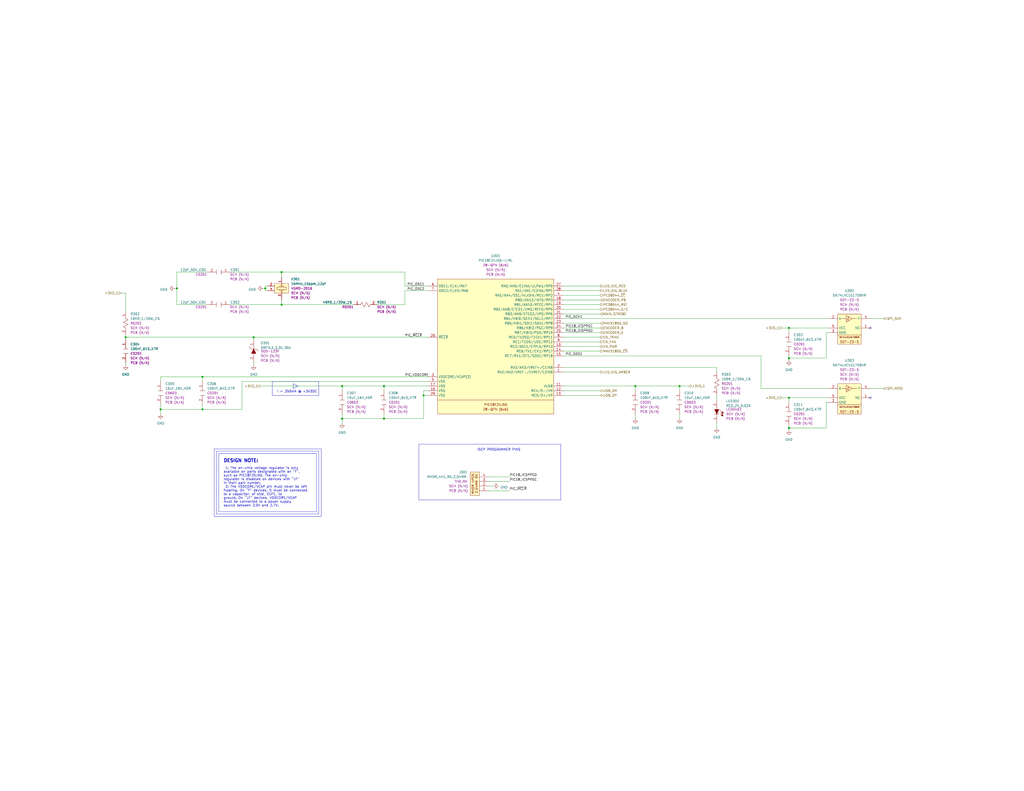
<source format=kicad_sch>
(kicad_sch (version 20230121) (generator eeschema)
  (paper "C")
  (title_block (title "Hot Plate") (date "09/15/2023") (rev "v1.0") (company "Mend0z0") (comment 1 "v1") (comment 2 "RELEASED") (comment 3 "Siavash Taher Parvar") (comment 8 "N/A"))
  (lib_symbols
    (symbol "_SCHLIB_HotPlate:CAP_CER_100nF_6V3_X7R_C0201"
      (property "Reference" "C" (at 2.54 5.08 0))
      (property "Value" "100nF_6V3_X7R" (at 2.54 7.62 0))
      (property "SCH CHECK" "SCH (N/A)" (at 2.54 33.02 0))
      (property "Package" "C0201" (at 2.54 35.56 0))
      (property "PCB CHECk" "PCB (N/A)" (at 2.54 30.48 0))
      (symbol "CAP_CER_100nF_6V3_X7R_C0201_0_0"
        (polyline (pts (xy 5.08 1.27) (xy 5.08 -1.27)))
        (polyline (pts (xy 7.62 1.27) (xy 7.62 -1.27)))
      )
      (symbol "CAP_CER_100nF_6V3_X7R_C0201_1_1"
        (pin passive line (at 0 0 0) (length 5.08) (name "") (number "1"))
        (pin passive line (at 12.7 0 180) (length 5.08) (name "") (number "2"))
      )
    )
    (symbol "_SCHLIB_HotPlate:CAP_CER_10uF_16V_X5R_C0603"
      (property "Reference" "C" (at 2.54 3.81 0))
      (property "Value" "10uF_16V_X5R" (at 2.54 6.35 0))
      (property "SCH CHECK" "SCH (N/A)" (at 2.54 31.75 0))
      (property "Package" "C0603" (at 2.54 34.29 0))
      (property "PCB CHECk" "PCB (N/A)" (at 2.54 29.21 0))
      (symbol "CAP_CER_10uF_16V_X5R_C0603_0_0"
        (polyline (pts (xy 5.08 1.27) (xy 5.08 -1.27)))
        (polyline (pts (xy 7.62 1.27) (xy 7.62 -1.27)))
      )
      (symbol "CAP_CER_10uF_16V_X5R_C0603_1_1"
        (pin passive line (at 0 0 0) (length 5.08) (name "") (number "1"))
        (pin passive line (at 12.7 0 180) (length 5.08) (name "") (number "2"))
      )
    )
    (symbol "_SCHLIB_HotPlate:CAP_CER_12pF_50V_C0G_C0201"
      (property "Reference" "C" (at 3.81 5.08 0))
      (property "Value" "12pF_50V_C0G" (at 3.81 7.62 0))
      (property "SCH CHECK" "SCH (N/A)" (at 3.81 33.02 0))
      (property "Package" "C0201" (at 3.81 35.56 0))
      (property "PCB CHECk" "PCB (N/A)" (at 3.81 30.48 0))
      (symbol "CAP_CER_12pF_50V_C0G_C0201_0_0"
        (polyline (pts (xy 5.08 1.27) (xy 5.08 -1.27)))
        (polyline (pts (xy 7.62 1.27) (xy 7.62 -1.27)))
      )
      (symbol "CAP_CER_12pF_50V_C0G_C0201_1_1"
        (pin passive line (at 0 0 0) (length 5.08) (name "") (number "1"))
        (pin passive line (at 12.7 0 180) (length 5.08) (name "") (number "2"))
      )
    )
    (symbol "_SCHLIB_HotPlate:CONN_MHDR_4POS_RA_2.54MM"
      (property "Reference" "J" (at 2.54 2.54 0))
      (property "Value" "MHDR_4X1_RA_2.54MM" (at 2.54 5.08 0))
      (property "SCH CHECK" "SCH (N/A)" (at 2.54 30.48 0))
      (property "Package" "THD_RA" (at 2.54 33.02 0))
      (property "PCB CHECk" "PCB (N/A)" (at 2.54 27.94 0))
      (symbol "CONN_MHDR_4POS_RA_2.54MM_0_1"
        (rectangle (start 0 0) (end 5.08 -12.7) (fill (type background)))
        (text "MHDR 4POS\n2.54MM RA" (at 2.54 -6.35 900) (effects (font (size 1.27 1.27))))
      )
      (symbol "CONN_MHDR_4POS_RA_2.54MM_1_1"
        (pin passive line (at -5.08 -2.54 0) (length 5.08) (name "") (number "1"))
        (pin passive line (at -5.08 -5.08 0) (length 5.08) (name "") (number "2"))
        (pin passive line (at -5.08 -7.62 0) (length 5.08) (name "") (number "3"))
        (pin passive line (at -5.08 -10.16 0) (length 5.08) (name "") (number "4"))
      )
    )
    (symbol "_SCHLIB_HotPlate:DIODE_LED_RED_2V_0.02A_632nm_LED0402"
      (property "Reference" "LED" (at 2.54 6.35 0))
      (property "Value" "RED_2V_0.02A" (at 2.54 8.89 0))
      (property "SCH CHECK" "SCH (N/A)" (at 2.54 34.29 0))
      (property "Package" "LED0402" (at 2.54 36.83 0))
      (property "PCB CHECk" "PCB (N/A)" (at 2.54 31.75 0))
      (symbol "DIODE_LED_RED_2V_0.02A_632nm_LED0402_0_1"
        (polyline (pts (xy 5.588 1.905) (xy 6.604 2.794)))
        (polyline (pts (xy 7.239 1.905) (xy 8.001 2.667)))
        (polyline (pts (xy 7.62 -1.27) (xy 7.62 1.27)))
        (polyline (pts (xy 5.08 1.27) (xy 5.08 -1.27) (xy 7.62 0) (xy 5.08 1.27)) (fill (type outline)))
        (polyline (pts (xy 6.223 3.302) (xy 7.112 2.413) (xy 7.366 3.556) (xy 6.223 3.302)) (fill (type outline)))
        (polyline (pts (xy 7.62 3.175) (xy 8.509 2.286) (xy 8.763 3.429) (xy 7.62 3.175)) (fill (type outline)))
      )
      (symbol "DIODE_LED_RED_2V_0.02A_632nm_LED0402_1_1"
        (pin passive line (at 12.7 0 180) (length 5.08) (name "") (number "1"))
        (pin passive line (at 0 0 0) (length 5.08) (name "") (number "2"))
      )
    )
    (symbol "_SCHLIB_HotPlate:DIODE_TVS_SMF3.3_3.3V_3.4V_30A(10/1000us)_SOD_123F"
      (property "Reference" "D" (at 2.54 5.08 0))
      (property "Value" "SMF3.3_3.3V_30A" (at 2.54 7.62 0))
      (property "SCH CHECK" "SCH (N/A)" (at 2.54 33.02 0))
      (property "Package" "SOD-123F" (at 2.54 35.56 0))
      (property "PCB CHECk" "PCB (N/A)" (at 2.54 30.48 0))
      (symbol "DIODE_TVS_SMF3.3_3.3V_3.4V_30A(10/1000us)_SOD_123F_0_1"
        (polyline (pts (xy 5.08 1.27) (xy 5.08 -1.27) (xy 7.62 0) (xy 5.08 1.27)) (fill (type outline)))
        (polyline (pts (xy 8.89 2.54) (xy 7.62 1.27) (xy 7.62 -1.27) (xy 6.35 -2.54)))
      )
      (symbol "DIODE_TVS_SMF3.3_3.3V_3.4V_30A(10/1000us)_SOD_123F_1_1"
        (pin passive line (at 12.7 0 180) (length 5.08) (name "") (number "1"))
        (pin passive line (at 0 0 0) (length 5.08) (name "") (number "2"))
      )
    )
    (symbol "_SCHLIB_HotPlate:IC_BUFFER_SN74LVC1G17DBVR_NON-INV_5.5V_32mA_SOT-23-5"
      (property "Reference" "U" (at 2.54 3.81 0))
      (property "Value" "SN74LVC1G17DBVR" (at 2.54 6.35 0))
      (property "SCH CHECK" "SCH (N/A)" (at 2.54 31.75 0))
      (property "PCB CHECk" "PCB (N/A)" (at 2.54 29.21 0))
      (property "Package" "SOT-23-5" (at 2.54 34.29 0))
      (symbol "IC_BUFFER_SN74LVC1G17DBVR_NON-INV_5.5V_32mA_SOT-23-5_0_0"
        (text "SN74LVC1G17DBVR" (at 6.35 -12.7 0) (effects (font (size 0.762 0.762))))
        (text "SOT-23-5" (at 6.35 -15.24 0) (effects (font (size 1.27 1.27))))
      )
      (symbol "IC_BUFFER_SN74LVC1G17DBVR_NON-INV_5.5V_32mA_SOT-23-5_0_1"
        (polyline (pts (xy 0 -11.43) (xy 12.7 -11.43)))
        (polyline (pts (xy 4.572 -2.54) (xy 2.032 -2.54)))
        (polyline (pts (xy 7.874 -2.54) (xy 10.414 -2.54)))
        (polyline (pts (xy 5.334 -3.302) (xy 5.842 -3.302) (xy 5.842 -2.032)))
        (polyline (pts (xy 4.572 -0.762) (xy 4.572 -4.572) (xy 7.874 -2.54) (xy 4.572 -0.762)))
        (polyline (pts (xy 6.35 -2.032) (xy 5.334 -2.032) (xy 5.334 -3.302) (xy 4.826 -3.302)))
        (rectangle (start 0 0) (end 12.7 -16.51) (fill (type background)))
      )
      (symbol "IC_BUFFER_SN74LVC1G17DBVR_NON-INV_5.5V_32mA_SOT-23-5_1_1"
        (pin passive line (at 17.78 -7.62 180) (length 5.08) (name "NC") (number "1"))
        (pin passive line (at -5.08 -2.54 0) (length 5.08) (name "A") (number "2"))
        (pin passive line (at -5.08 -10.16 0) (length 5.08) (name "GND") (number "3"))
        (pin passive line (at 17.78 -2.54 180) (length 5.08) (name "Y") (number "4"))
        (pin passive line (at -5.08 -7.62 0) (length 5.08) (name "VCC") (number "5"))
      )
    )
    (symbol "_SCHLIB_HotPlate:IC_MCU_PIC18F24J50-I/ML_8-bit_48MHz_3.6V_28-QFN (6x6)"
      (property "Reference" "U" (at 2.54 3.81 0))
      (property "Value" "PIC18F24J50-I/ML" (at 2.54 6.35 0))
      (property "SCH CHECK" "SCH (N/A)" (at 2.54 31.75 0))
      (property "Package" "28-QFN (6x6)" (at 2.54 34.29 0))
      (property "PCB CHECk" "PCB (N/A)" (at 2.54 29.21 0))
      (symbol "IC_MCU_PIC18F24J50-I/ML_8-bit_48MHz_3.6V_28-QFN (6x6)_0_0"
        (text "28-QFN (6x6)" (at 31.75 -71.12 0) (effects (font (size 1.27 1.27))))
        (text "PIC18F2XJ50" (at 31.75 -68.58 0) (effects (font (size 1.27 1.27))))
      )
      (symbol "IC_MCU_PIC18F24J50-I/ML_8-bit_48MHz_3.6V_28-QFN (6x6)_0_1"
        (polyline (pts (xy 0 -66.04) (xy 63.5 -66.04)))
        (rectangle (start 0 0) (end 63.5 -73.66) (fill (type background)))
      )
      (symbol "IC_MCU_PIC18F24J50-I/ML_8-bit_48MHz_3.6V_28-QFN (6x6)_1_1"
        (pin passive line (at 68.58 -50.8 180) (length 5.08) (name "RA2/AN2/VREF-/CVREF/C2INB") (number "1"))
        (pin passive line (at 68.58 -36.83 180) (length 5.08) (name "RC2/AN11/CTPLS/RP13") (number "10"))
        (pin passive line (at 68.58 -58.42 180) (length 5.08) (name "VUSB") (number "11"))
        (pin passive line (at 68.58 -60.96 180) (length 5.08) (name "RC4/D-/VM") (number "12"))
        (pin passive line (at 68.58 -63.5 180) (length 5.08) (name "RC5/D+/VP") (number "13"))
        (pin passive line (at 68.58 -39.37 180) (length 5.08) (name "RC6/TX1/CK1/RP17") (number "14"))
        (pin passive line (at 68.58 -41.91 180) (length 5.08) (name "RC7/RX1/DT1/SDO1/RP18") (number "15"))
        (pin passive line (at -5.08 -60.96 0) (length 5.08) (name "VSS") (number "16"))
        (pin passive line (at -5.08 -58.42 0) (length 5.08) (name "VDD") (number "17"))
        (pin passive line (at 68.58 -11.43 180) (length 5.08) (name "RB0/AN12/INT0/RP3") (number "18"))
        (pin passive line (at 68.58 -13.97 180) (length 5.08) (name "RB1/AN10/RTCC/RP4") (number "19"))
        (pin passive line (at 68.58 -48.26 180) (length 5.08) (name "RA3/AN3/VREF+/C1INB") (number "2"))
        (pin passive line (at 68.58 -16.51 180) (length 5.08) (name "RB2/AN8/CTED1/VMO/REFO/RP5") (number "20"))
        (pin passive line (at 68.58 -19.05 180) (length 5.08) (name "RB3/AN9/CTED2/VPO/RP6") (number "21"))
        (pin passive line (at 68.58 -21.59 180) (length 5.08) (name "RB4/KBI0/SCK1/SCL1/RP7") (number "22"))
        (pin passive line (at 68.58 -24.13 180) (length 5.08) (name "RB5/KBI1/SDI1/SDA1/RP8") (number "23"))
        (pin passive line (at 68.58 -26.67 180) (length 5.08) (name "RB6/KBI2/PGC/RP9") (number "24"))
        (pin passive line (at 68.58 -29.21 180) (length 5.08) (name "RB7/KBI3/PGD/RP10") (number "25"))
        (pin passive line (at -5.08 -31.75 0) (length 5.08) (name "~{MCLR}") (number "26"))
        (pin passive line (at 68.58 -3.81 180) (length 5.08) (name "RA0/AN0/C1INA/ULPWU/RP0") (number "27"))
        (pin passive line (at 68.58 -6.35 180) (length 5.08) (name "RA1/AN1/C2INA/RP1") (number "28"))
        (pin passive line (at -5.08 -63.5 0) (length 5.08) (name "VSS") (number "29"))
        (pin passive line (at -5.08 -53.34 0) (length 5.08) (name "VDDCORE/VCAP(2)") (number "3"))
        (pin passive line (at 68.58 -8.89 180) (length 5.08) (name "RA5/AN4/SS1/HLVDIN/RCV/RP2") (number "4"))
        (pin passive line (at -5.08 -55.88 0) (length 5.08) (name "VSS") (number "5"))
        (pin passive line (at -5.08 -3.81 0) (length 5.08) (name "OSC1/CLKI/RA7") (number "6"))
        (pin passive line (at -5.08 -6.35 0) (length 5.08) (name "OSC2/CLKO/RA6") (number "7"))
        (pin passive line (at 68.58 -31.75 180) (length 5.08) (name "RC0/T1OSO/T1CKI/RP11") (number "8"))
        (pin passive line (at 68.58 -34.29 180) (length 5.08) (name "RC1/T1OSI/UOE/RP12") (number "9"))
      )
    )
    (symbol "_SCHLIB_HotPlate:RES_100R_1/20W_1%_R0201"
      (property "Reference" "R" (at 2.54 3.81 0))
      (property "Value" "100R_1/20W_1%" (at 2.54 6.35 0))
      (property "SCH CHECK" "SCH (N/A)" (at 2.54 31.75 0))
      (property "Package" "R0201" (at 2.54 34.29 0))
      (property "PCB CHECk" "PCB (N/A)" (at 2.54 29.21 0))
      (symbol "RES_100R_1/20W_1%_R0201_0_0"
        (polyline (pts (xy 3.81 0) (xy 4.445 1.27) (xy 5.715 -1.27) (xy 6.985 1.27) (xy 8.255 -1.27) (xy 8.89 0)))
      )
      (symbol "RES_100R_1/20W_1%_R0201_1_1"
        (pin passive line (at 0 0 0) (length 3.81) (name "") (number "1"))
        (pin passive line (at 12.7 0 180) (length 3.81) (name "") (number "2"))
      )
    )
    (symbol "_SCHLIB_HotPlate:RES_10KR_1/20W_1%_R0201"
      (property "Reference" "R" (at 2.54 5.08 0))
      (property "Value" "10KR_1/20W_1%" (at 2.54 7.62 0))
      (property "SCH CHECK" "SCH (N/A)" (at 2.54 33.02 0))
      (property "Package" "R0201" (at 2.54 35.56 0))
      (property "PCB CHECk" "PCB (N/A)" (at 2.54 30.48 0))
      (symbol "RES_10KR_1/20W_1%_R0201_0_0"
        (polyline (pts (xy 3.81 0) (xy 4.445 1.27) (xy 5.715 -1.27) (xy 6.985 1.27) (xy 8.255 -1.27) (xy 8.89 0)))
      )
      (symbol "RES_10KR_1/20W_1%_R0201_1_1"
        (pin passive line (at 0 0 0) (length 3.81) (name "") (number "1"))
        (pin passive line (at 12.7 0 180) (length 3.81) (name "") (number "2"))
      )
    )
    (symbol "_SCHLIB_HotPlate:RES_49R9_1/20W_1%_R0201"
      (property "Reference" "R" (at 2.54 3.81 0))
      (property "Value" "49R9_1/20W_1%" (at 2.54 6.35 0))
      (property "SCH CHECK" "SCH (N/A)" (at 2.54 31.75 0))
      (property "Package" "R0201" (at 2.54 34.29 0))
      (property "PCB CHECk" "PCB (N/A)" (at 2.54 29.21 0))
      (symbol "RES_49R9_1/20W_1%_R0201_0_0"
        (polyline (pts (xy 3.81 0) (xy 4.445 1.27) (xy 5.715 -1.27) (xy 6.985 1.27) (xy 8.255 -1.27) (xy 8.89 0)))
      )
      (symbol "RES_49R9_1/20W_1%_R0201_1_1"
        (pin passive line (at 0 0 0) (length 3.81) (name "") (number "1"))
        (pin passive line (at 12.7 0 180) (length 3.81) (name "") (number "2"))
      )
    )
    (symbol "_SCHLIB_HotPlate:XTAL_ECS-160-12-37B-CTN-TR_16MHz_10ppm_12pF_4SMD-2016"
      (property "Reference" "X" (at 3.81 7.62 0))
      (property "Value" "16MHz_10ppm_12pF" (at 3.81 10.16 0))
      (property "SCH CHECK" "SCH (N/A)" (at 3.81 35.56 0))
      (property "Package" "4SMD-2016" (at 3.81 38.1 0))
      (property "PCB CHECk" "PCB (N/A)" (at 3.81 33.02 0))
      (symbol "XTAL_ECS-160-12-37B-CTN-TR_16MHz_10ppm_12pF_4SMD-2016_0_1"
        (polyline (pts (xy 5.08 1.27) (xy 5.08 -1.27)))
        (polyline (pts (xy 7.62 1.27) (xy 7.62 -1.27)))
        (polyline (pts (xy 5.715 2.54) (xy 6.985 2.54) (xy 6.985 -2.54) (xy 5.715 -2.54) (xy 5.715 2.54)))
      )
      (symbol "XTAL_ECS-160-12-37B-CTN-TR_16MHz_10ppm_12pF_4SMD-2016_1_1"
        (polyline (pts (xy 3.81 3.81) (xy 3.81 -3.81) (xy 8.89 -3.81) (xy 8.89 3.81) (xy 3.81 3.81)) (fill (type background)))
        (pin passive line (at 0 0 0) (length 5.08) (name "") (number "1"))
        (pin passive line (at 5.08 -7.62 90) (length 3.81) (name "") (number "2"))
        (pin passive line (at 12.7 0 180) (length 5.08) (name "") (number "3"))
        (pin passive line (at 7.62 -7.62 90) (length 3.81) (name "") (number "4"))
      )
    )
    (symbol "power:GND" (power) (pin_names (offset 0))
      (property "Value" "GND" (at 0 -3.81 0))
      (symbol "GND_0_1"
        (polyline (pts (xy 0 0) (xy 0 -1.27) (xy 1.27 -1.27) (xy 0 -2.54) (xy -1.27 -1.27) (xy 0 -1.27)))
      )
      (symbol "GND_1_1"
        (pin power_in line (at 0 0 270) (length 0) hide (name "GND") (number "1"))
      )
    )
  )
  (junction (at 110.49 205.74))
  (junction (at 153.67 148.59))
  (junction (at 370.84 210.82))
  (junction (at 96.52 157.48))
  (junction (at 231.14 215.9))
  (junction (at 153.67 166.37))
  (junction (at 87.63 223.52))
  (junction (at 144.78 157.48))
  (junction (at 430.53 195.58))
  (junction (at 430.53 179.07))
  (junction (at 346.71 210.82))
  (junction (at 209.55 228.6))
  (junction (at 209.55 210.82))
  (junction (at 68.58 184.15))
  (junction (at 430.53 233.68))
  (junction (at 186.69 210.82))
  (junction (at 110.49 223.52))
  (junction (at 138.43 184.15))
  (junction (at 430.53 217.17))
  (junction (at 186.69 228.6))
  (no_connect (at 474.98 217.17))
  (no_connect (at 474.98 179.07))
  (wire (pts (xy 346.71 228.6) (xy 346.71 226.06)))
  (wire (pts (xy 346.71 210.82) (xy 370.84 210.82)))
  (wire (pts (xy 110.49 205.74) (xy 233.68 205.74)))
  (wire (pts (xy 482.6 212.09) (xy 474.98 212.09)))
  (wire (pts (xy 327.66 168.91) (xy 307.34 168.91)))
  (wire (pts (xy 96.52 157.48) (xy 96.52 148.59)))
  (wire (pts (xy 327.66 213.36) (xy 307.34 213.36)))
  (wire (pts (xy 209.55 226.06) (xy 209.55 228.6)))
  (wire (pts (xy 68.58 184.15) (xy 138.43 184.15)))
  (wire (pts (xy 233.68 213.36) (xy 231.14 213.36)))
  (wire (pts (xy 66.04 160.02) (xy 68.58 160.02)))
  (wire (pts (xy 391.16 231.14) (xy 391.16 233.68)))
  (polyline (pts (xy 173.99 208.28) (xy 173.99 215.9)))
  (wire (pts (xy 186.69 210.82) (xy 186.69 213.36)))
  (wire (pts (xy 110.49 205.74) (xy 110.49 208.28)))
  (wire (pts (xy 87.63 205.74) (xy 87.63 208.28)))
  (wire (pts (xy 327.66 156.21) (xy 307.34 156.21)))
  (wire (pts (xy 138.43 184.15) (xy 233.68 184.15)))
  (wire (pts (xy 68.58 182.88) (xy 68.58 184.15)))
  (wire (pts (xy 220.98 148.59) (xy 153.67 148.59)))
  (wire (pts (xy 307.34 173.99) (xy 452.12 173.99)))
  (wire (pts (xy 68.58 160.02) (xy 68.58 170.18)))
  (wire (pts (xy 482.6 173.99) (xy 474.98 173.99)))
  (wire (pts (xy 327.66 203.2) (xy 307.34 203.2)))
  (polyline (pts (xy 148.59 208.28) (xy 148.59 215.9)))
  (wire (pts (xy 209.55 228.6) (xy 231.14 228.6)))
  (wire (pts (xy 193.04 166.37) (xy 153.67 166.37)))
  (wire (pts (xy 269.24 265.43) (xy 266.7 265.43)))
  (wire (pts (xy 125.73 148.59) (xy 153.67 148.59)))
  (polyline (pts (xy 173.99 215.9) (xy 148.59 215.9)))
  (wire (pts (xy 370.84 228.6) (xy 370.84 226.06)))
  (wire (pts (xy 430.53 179.07) (xy 452.12 179.07)))
  (wire (pts (xy 132.08 223.52) (xy 110.49 223.52)))
  (polyline (pts (xy 162.56 210.82) (xy 160.02 212.09)))
  (wire (pts (xy 430.53 195.58) (xy 430.53 194.31)))
  (wire (pts (xy 113.03 166.37) (xy 96.52 166.37)))
  (wire (pts (xy 87.63 223.52) (xy 87.63 220.98)))
  (polyline (pts (xy 160.02 209.55) (xy 160.02 212.09)))
  (wire (pts (xy 142.24 210.82) (xy 186.69 210.82)))
  (wire (pts (xy 415.29 212.09) (xy 452.12 212.09)))
  (wire (pts (xy 370.84 210.82) (xy 375.92 210.82)))
  (wire (pts (xy 391.16 215.9) (xy 391.16 218.44)))
  (wire (pts (xy 430.53 233.68) (xy 430.53 234.95)))
  (wire (pts (xy 426.72 217.17) (xy 430.53 217.17)))
  (wire (pts (xy 95.25 157.48) (xy 96.52 157.48)))
  (wire (pts (xy 231.14 215.9) (xy 231.14 228.6)))
  (wire (pts (xy 346.71 210.82) (xy 346.71 213.36)))
  (wire (pts (xy 96.52 166.37) (xy 96.52 157.48)))
  (wire (pts (xy 430.53 195.58) (xy 430.53 196.85)))
  (wire (pts (xy 450.85 181.61) (xy 450.85 195.58)))
  (wire (pts (xy 138.43 185.42) (xy 138.43 184.15)))
  (wire (pts (xy 153.67 166.37) (xy 153.67 163.83)))
  (wire (pts (xy 233.68 156.21) (xy 220.98 156.21)))
  (wire (pts (xy 450.85 219.71) (xy 450.85 233.68)))
  (wire (pts (xy 307.34 200.66) (xy 391.16 200.66)))
  (wire (pts (xy 452.12 181.61) (xy 450.85 181.61)))
  (wire (pts (xy 153.67 148.59) (xy 153.67 151.13)))
  (wire (pts (xy 278.13 260.35) (xy 266.7 260.35)))
  (wire (pts (xy 144.78 156.21) (xy 144.78 157.48)))
  (polyline (pts (xy 160.02 209.55) (xy 162.56 210.82)))
  (wire (pts (xy 220.98 166.37) (xy 205.74 166.37)))
  (wire (pts (xy 415.29 194.31) (xy 415.29 212.09)))
  (wire (pts (xy 450.85 233.68) (xy 430.53 233.68)))
  (wire (pts (xy 327.66 163.83) (xy 307.34 163.83)))
  (wire (pts (xy 209.55 210.82) (xy 233.68 210.82)))
  (wire (pts (xy 430.53 179.07) (xy 430.53 181.61)))
  (wire (pts (xy 327.66 184.15) (xy 307.34 184.15)))
  (wire (pts (xy 231.14 215.9) (xy 233.68 215.9)))
  (wire (pts (xy 125.73 166.37) (xy 153.67 166.37)))
  (wire (pts (xy 144.78 157.48) (xy 144.78 158.75)))
  (wire (pts (xy 146.05 156.21) (xy 144.78 156.21)))
  (wire (pts (xy 186.69 228.6) (xy 209.55 228.6)))
  (wire (pts (xy 452.12 219.71) (xy 450.85 219.71)))
  (wire (pts (xy 391.16 200.66) (xy 391.16 203.2)))
  (wire (pts (xy 132.08 208.28) (xy 132.08 223.52)))
  (wire (pts (xy 233.68 208.28) (xy 132.08 208.28)))
  (wire (pts (xy 233.68 158.75) (xy 220.98 158.75)))
  (wire (pts (xy 278.13 267.97) (xy 266.7 267.97)))
  (wire (pts (xy 327.66 166.37) (xy 307.34 166.37)))
  (wire (pts (xy 307.34 186.69) (xy 327.66 186.69)))
  (wire (pts (xy 327.66 176.53) (xy 307.34 176.53)))
  (wire (pts (xy 87.63 223.52) (xy 110.49 223.52)))
  (wire (pts (xy 87.63 223.52) (xy 87.63 226.06)))
  (wire (pts (xy 68.58 184.15) (xy 68.58 185.42)))
  (wire (pts (xy 327.66 215.9) (xy 307.34 215.9)))
  (wire (pts (xy 186.69 228.6) (xy 186.69 231.14)))
  (wire (pts (xy 186.69 228.6) (xy 186.69 226.06)))
  (wire (pts (xy 278.13 262.89) (xy 266.7 262.89)))
  (wire (pts (xy 87.63 205.74) (xy 110.49 205.74)))
  (wire (pts (xy 138.43 199.39) (xy 138.43 198.12)))
  (wire (pts (xy 220.98 156.21) (xy 220.98 148.59)))
  (wire (pts (xy 450.85 195.58) (xy 430.53 195.58)))
  (wire (pts (xy 209.55 210.82) (xy 209.55 213.36)))
  (wire (pts (xy 430.53 217.17) (xy 430.53 219.71)))
  (wire (pts (xy 430.53 217.17) (xy 452.12 217.17)))
  (wire (pts (xy 307.34 181.61) (xy 327.66 181.61)))
  (wire (pts (xy 143.51 157.48) (xy 144.78 157.48)))
  (wire (pts (xy 426.72 179.07) (xy 430.53 179.07)))
  (polyline (pts (xy 148.59 208.28) (xy 173.99 208.28)))
  (wire (pts (xy 307.34 179.07) (xy 327.66 179.07)))
  (wire (pts (xy 327.66 189.23) (xy 307.34 189.23)))
  (wire (pts (xy 327.66 158.75) (xy 307.34 158.75)))
  (wire (pts (xy 327.66 171.45) (xy 307.34 171.45)))
  (wire (pts (xy 307.34 210.82) (xy 346.71 210.82)))
  (wire (pts (xy 231.14 213.36) (xy 231.14 215.9)))
  (wire (pts (xy 68.58 199.39) (xy 68.58 198.12)))
  (wire (pts (xy 220.98 158.75) (xy 220.98 166.37)))
  (wire (pts (xy 307.34 194.31) (xy 415.29 194.31)))
  (wire (pts (xy 430.53 233.68) (xy 430.53 232.41)))
  (wire (pts (xy 186.69 210.82) (xy 209.55 210.82)))
  (wire (pts (xy 110.49 220.98) (xy 110.49 223.52)))
  (wire (pts (xy 327.66 191.77) (xy 307.34 191.77)))
  (wire (pts (xy 96.52 148.59) (xy 113.03 148.59)))
  (wire (pts (xy 327.66 161.29) (xy 307.34 161.29)))
  (wire (pts (xy 370.84 210.82) (xy 370.84 213.36)))
  (wire (pts (xy 144.78 158.75) (xy 146.05 158.75)))
  (rectangle (start 116.84 245.11) (end 175.26 281.94))
  (rectangle (start 119.38 247.65) (end 172.72 279.4))
  (rectangle (start 228.6 242.57) (end 306.07 273.05))
  (rectangle (start 118.11 246.38) (end 173.99 280.67))
  (text "I = 250mA @ +3V3DC" (at 151.13 214.63 0) (effects (font (size 1.27 1.27)) (justify left bottom)))
  (text "DESIGN NOTE:" (at 121.92 252.73 0) (effects (font (size 1.8 1.8) bold) (justify left bottom)))
  (text " 1: The on-chip voltage regulator is only\navailable on parts designated with an “F”,\nsuch as PIC18F25J50. The on-chip\nregulator is disabled on devices with “LF”\nin their part number.\n 2: The VDDCORE/VCAP pin must never be left\nfloating. On “F” devices, it must be connected \nto a capacitor, of size, CEFC, to\nground. On “LF” devices, VDDCORE/VCAP\nmust be connected to a power supply\nsource between 2.0V and 2.7V." (at 121.92 276.86 0) (effects (font (size 1.27 1.27)) (justify left bottom)))
  (text "ISCP PROGRAMMER PINS" (at 260.35 246.38 0) (effects (font (size 1.27 1.27)) (justify left bottom)))
  (label "PIC18_ICSPPGC" (at 278.13 262.89 0))
  (label "PIC18_ICSPPGC" (at 308.61 179.07 0))
  (label "PIC_VDDCORE" (at 220.98 205.74 0))
  (label "PIC_~{MCLR}" (at 220.98 184.15 0))
  (label "PIC_OSC1" (at 222.25 156.21 0))
  (label "PIC_SCK1" (at 308.61 173.99 0))
  (label "PIC18_ICSPPGD" (at 308.61 181.61 0))
  (label "PIC_SDO1" (at 308.61 194.31 0))
  (label "PIC_~{MCLR}" (at 278.13 267.97 0))
  (label "PIC_OSC2" (at 222.25 158.75 0))
  (label "PIC18_ICSPPGD" (at 278.13 260.35 0))
  (hierarchical_label "MAX31855_~{CS}" (shape output) (at 327.66 191.77 0))
  (hierarchical_label "+3V3_1" (shape input) (at 142.24 210.82 180))
  (hierarchical_label "MAIN_STROBE" (shape input) (at 327.66 171.45 0))
  (hierarchical_label "PCD8544_D{slash}C" (shape output) (at 327.66 168.91 0))
  (hierarchical_label "+3V3_1" (shape input) (at 66.04 160.02 180))
  (hierarchical_label "LED_SIG_AMBER" (shape output) (at 327.66 203.2 0))
  (hierarchical_label "USB_DM" (shape bidirectional) (at 327.66 213.36 0))
  (hierarchical_label "MAX31855_SO" (shape input) (at 327.66 176.53 0))
  (hierarchical_label "LED_SIG_BLUE" (shape output) (at 327.66 158.75 0))
  (hierarchical_label "+3V3_1" (shape input) (at 426.72 217.17 180))
  (hierarchical_label "+3V3_1" (shape input) (at 426.72 179.07 180))
  (hierarchical_label "+3V3_1" (shape input) (at 375.92 210.82 0))
  (hierarchical_label "PCD8544_~{CE}" (shape output) (at 327.66 161.29 0))
  (hierarchical_label "USB_DP" (shape bidirectional) (at 327.66 215.9 0))
  (hierarchical_label "EN_FAN" (shape output) (at 327.66 186.69 0))
  (hierarchical_label "EN_TRIAC" (shape output) (at 327.66 184.15 0))
  (hierarchical_label "SPI_SCK" (shape output) (at 482.6 173.99 0))
  (hierarchical_label "ENCODER_A" (shape input) (at 327.66 181.61 0))
  (hierarchical_label "ENCODER_B" (shape input) (at 327.66 179.07 0))
  (hierarchical_label "SPI_MOSI" (shape output) (at 482.6 212.09 0))
  (hierarchical_label "PCD8544_RST" (shape output) (at 327.66 166.37 0))
  (hierarchical_label "EN_PWR" (shape output) (at 327.66 189.23 0))
  (hierarchical_label "LED_SIG_RED" (shape output) (at 327.66 156.21 0))
  (hierarchical_label "ENCODER_PB" (shape input) (at 327.66 163.83 0))
  (symbol (lib_id "power:GND") (at 87.63 226.06 0) (unit 1)
    (property "Reference" "#PWR0306" (effects hide))
    (property "Value" "GND" (at 87.63 231.14 0))
  )
  (symbol (lib_id "power:GND") (at 430.53 196.85 0) (unit 1)
    (property "Reference" "#PWR0303" (effects hide))
    (property "Value" "GND" (at 430.53 201.93 0))
  )
  (symbol (lib_id "power:GND") (at 186.69 231.14 0) (unit 1)
    (property "Reference" "#PWR0309" (effects hide))
    (property "Value" "GND" (at 186.69 236.22 0))
  )
  (symbol (lib_id "_SCHLIB_HotPlate:CAP_CER_12pF_50V_C0G_C0201") (at 125.73 166.37 180) (unit 1)
    (property "Reference" "C302" (at 128.27 165.1 0))
    (property "Value" "12pF_50V_C0G" (at 105.41 165.1 0))
    (property "Footprint" "Capacitor_SMD:C_0201_0603Metric" (effects hide))
    (property "Datasheet" "https://www.yageo.com/upload/media/product/productsearch/datasheet/mlcc/UPY-GP_NP0_16V-to-50V_18.pdf" (effects hide))
    (property "Description" "12 pF ±5% 50V Ceramic Capacitor C0G, NP0 0201 (0603 Metric)" (effects hide))
    (property "Link" "https://www.digikey.ca/en/products/detail/yageo/CC0201JRNPO9BN120/5194994" (effects hide))
    (property "SCH CHECK" "SCH (N/A)" (at 135.89 167.64 0) (effects (justify left)))
    (property "Package" "C0201" (at 113.03 167.64 0) (effects (justify left)))
    (property "Part Number (Manufacturer)" "CC0201JRNPO9BN120" (effects hide))
    (property "Manufacturer" "YAGEO" (effects hide))
    (property "Part Number (Vendor)" "311-1585-2-ND" (effects hide))
    (property "Vendor" "Digikey" (effects hide))
    (property "PCB CHECk" "PCB (N/A)" (at 135.89 170.18 0) (effects (justify left)))
  )
  (symbol (lib_id "_SCHLIB_HotPlate:CONN_MHDR_4POS_RA_2.54MM") (at 261.62 270.51 180) (unit 1)
    (property "Reference" "J301" (at 252.73 257.81 0))
    (property "Value" "MHDR_4X1_RA_2.54MM" (at 243.84 260.35 0))
    (property "Footprint" "Connector_PinSocket_2.54mm:PinSocket_1x04_P2.54mm_Horizontal" (effects hide))
    (property "Datasheet" "https://app.adam-tech.com/products/download/data_sheet/201281/ph1rb-xx-ua-data-sheet.pdf" (effects hide))
    (property "Description" "Connector Header Through Hole, Right Angle 4 position 0.100\" (2.54mm)" (effects hide))
    (property "Link" "https://www.digikey.ca/en/products/detail/adam-tech/PH1RB-04-UA/9830473" (effects hide))
    (property "SCH CHECK" "SCH (N/A)" (at 250.19 265.43 0))
    (property "Part Number (Manufacturer)" "PH1RB-04-UA" (effects hide))
    (property "Package" "THD_RA" (at 251.46 262.89 0))
    (property "Manufacturer" "Adam Tech" (effects hide))
    (property "Part Number (Vendor)" "2057-PH1RB-04-UA-ND" (effects hide))
    (property "Vendor" "Digikey" (effects hide))
    (property "PCB CHECk" "PCB (N/A)" (at 250.19 267.97 0))
  )
  (symbol (lib_id "power:GND") (at 430.53 234.95 0) (unit 1)
    (property "Reference" "#PWR0311" (effects hide))
    (property "Value" "GND" (at 430.53 240.03 0))
  )
  (symbol (lib_id "_SCHLIB_HotPlate:CAP_CER_100nF_6V3_X7R_C0201") (at 209.55 213.36 270) (unit 1)
    (property "Reference" "C308" (at 212.09 214.63 90) (effects (justify left)))
    (property "Value" "100nF_6V3_X7R" (at 212.09 217.17 90) (effects (justify left)))
    (property "Footprint" "Capacitor_SMD:C_0201_0603Metric" (effects hide))
    (property "Datasheet" "https://www.yageo.com/upload/media/product/productsearch/datasheet/mlcc/UPY-GPHC_X7R_6.3V-to-250V_22.pdf" (effects hide))
    (property "Description" "0.1 µF ±10% 6.3V Ceramic Capacitor X7R 0201 (0603 Metric)" (effects hide))
    (property "Link" "https://www.digikey.ca/en/products/detail/yageo/CC0201KRX7R5BB104/12698853" (effects hide))
    (property "SCH CHECK" "SCH (N/A)" (at 212.09 222.25 90) (effects (justify left)))
    (property "Package" "C0201" (at 212.09 219.71 90) (effects (justify left)))
    (property "Part Number (Manufacturer)" "CC0201KRX7R5BB104" (effects hide))
    (property "Manufacturer" "YAGEO" (effects hide))
    (property "Part Number (Vendor)" "13-CC0201KRX7R5BB104TR-ND" (effects hide))
    (property "Vendor" "Digikey" (effects hide))
    (property "PCB CHECk" "PCB (N/A)" (at 212.09 224.79 90) (effects (justify left)))
  )
  (symbol (lib_id "_SCHLIB_HotPlate:IC_BUFFER_SN74LVC1G17DBVR_NON-INV_5.5V_32mA_SOT-23-5") (at 457.2 171.45 0) (unit 1)
    (property "Reference" "U302" (at 463.55 158.75 0))
    (property "Value" "SN74LVC1G17DBVR" (at 463.55 161.29 0))
    (property "Footprint" "Package_TO_SOT_SMD:SOT-23-5" (effects hide))
    (property "Datasheet" "https://www.ti.com/general/docs/suppproductinfo.tsp?distId=10&gotoUrl=https%3A%2F%2Fwww.ti.com%2Flit%2Fgpn%2Fsn74lvc1g17" (effects hide))
    (property "Description" "Buffer, Non-Inverting 1 Element 1 Bit per Element Push-Pull Output SOT-23-5" (effects hide))
    (property "Link" "https://www.digikey.ca/en/products/detail/texas-instruments/SN74LVC1G17DBVR/389051" (effects hide))
    (property "SCH CHECK" "SCH (N/A)" (at 463.55 166.37 0))
    (property "Part Number (Manufacturer)" "SN74LVC1G17DBVR" (effects hide))
    (property "Manufacturer" "Texas Instruments" (effects hide))
    (property "Part Number (Vendor)" "296-11933-2-ND" (effects hide))
    (property "Vendor" "Digikey" (effects hide))
    (property "PCB CHECk" "PCB (N/A)" (at 463.55 168.91 0))
    (property "Package" "SOT-23-5" (at 463.55 163.83 0))
  )
  (symbol (lib_id "_SCHLIB_HotPlate:RES_10KR_1/20W_1%_R0201") (at 68.58 170.18 270) (unit 1)
    (property "Reference" "R302" (at 71.12 171.45 90) (effects (justify left)))
    (property "Value" "10KR_1/20W_1%" (at 71.12 173.99 90) (effects (justify left)))
    (property "Footprint" "Resistor_SMD:R_0201_0603Metric" (effects hide))
    (property "Datasheet" "https://www.seielect.com/Catalog/SEI-RMCF_RMCP.pdf" (effects hide))
    (property "Description" "10 kOhms ±1% 0.05W, 1/20W Chip Resistor 0201 (0603 Metric) Thick Film" (effects hide))
    (property "Link" "https://www.digikey.ca/en/products/detail/stackpole-electronics-inc/RMCF0201FT10K0/1714990" (effects hide))
    (property "SCH CHECK" "SCH (N/A)" (at 71.12 179.07 90) (effects (justify left)))
    (property "Package" "R0201" (at 71.12 176.53 90) (effects (justify left)))
    (property "Part Number (Manufacturer)" "RMCF0201FT10K0" (effects hide))
    (property "Manufacturer" "Stackpole Electronics Inc" (effects hide))
    (property "Part Number (Vendor)" "RMCF0201FT10K0TR-ND" (effects hide))
    (property "Vendor" "Digikey" (effects hide))
    (property "PCB CHECk" "PCB (N/A)" (at 71.12 181.61 90) (effects (justify left)))
  )
  (symbol (lib_id "_SCHLIB_HotPlate:CAP_CER_10uF_16V_X5R_C0603") (at 186.69 213.36 270) (unit 1)
    (property "Reference" "C307" (at 189.23 214.63 90) (effects (justify left)))
    (property "Value" "10uF_16V_X5R" (at 189.23 217.17 90) (effects (justify left)))
    (property "Footprint" "Capacitor_SMD:C_0603_1608Metric" (effects hide))
    (property "Datasheet" "https://search.murata.co.jp/Ceramy/image/img/A01X/G101/ENG/GRT188R61C106KE13-01.pdf" (effects hide))
    (property "Description" "10 µF ±10% 16V Ceramic Capacitor X5R 0603 (1608 Metric)" (effects hide))
    (property "Link" "https://www.digikey.ca/en/products/detail/murata-electronics/GRT188R61C106KE13J/13904802" (effects hide))
    (property "SCH CHECK" "SCH (N/A)" (at 189.23 222.25 90) (effects (justify left)))
    (property "Package" "C0603" (at 189.23 219.71 90) (effects (justify left)))
    (property "Part Number (Manufacturer)" "GRT188R61C106KE13J" (effects hide))
    (property "Manufacturer" "Murata Electronics" (effects hide))
    (property "Part Number (Vendor)" "490-GRT188R61C106KE13JTR-ND" (effects hide))
    (property "Vendor" "Digikey" (effects hide))
    (property "PCB CHECk" "PCB (N/A)" (at 189.23 224.79 90) (effects (justify left)))
  )
  (symbol (lib_id "_SCHLIB_HotPlate:CAP_CER_100nF_6V3_X7R_C0201") (at 430.53 219.71 270) (unit 1)
    (property "Reference" "C311" (at 433.07 220.98 90) (effects (justify left)))
    (property "Value" "100nF_6V3_X7R" (at 433.07 223.52 90) (effects (justify left)))
    (property "Footprint" "Capacitor_SMD:C_0201_0603Metric" (effects hide))
    (property "Datasheet" "https://www.yageo.com/upload/media/product/productsearch/datasheet/mlcc/UPY-GPHC_X7R_6.3V-to-250V_22.pdf" (effects hide))
    (property "Description" "0.1 µF ±10% 6.3V Ceramic Capacitor X7R 0201 (0603 Metric)" (effects hide))
    (property "Link" "https://www.digikey.ca/en/products/detail/yageo/CC0201KRX7R5BB104/12698853" (effects hide))
    (property "SCH CHECK" "SCH (N/A)" (at 433.07 228.6 90) (effects (justify left)))
    (property "Package" "C0201" (at 433.07 226.06 90) (effects (justify left)))
    (property "Part Number (Manufacturer)" "CC0201KRX7R5BB104" (effects hide))
    (property "Manufacturer" "YAGEO" (effects hide))
    (property "Part Number (Vendor)" "13-CC0201KRX7R5BB104TR-ND" (effects hide))
    (property "Vendor" "Digikey" (effects hide))
    (property "PCB CHECk" "PCB (N/A)" (at 433.07 231.14 90) (effects (justify left)))
  )
  (symbol (lib_id "_SCHLIB_HotPlate:CAP_CER_10uF_16V_X5R_C0603") (at 87.63 208.28 270) (unit 1)
    (property "Reference" "C305" (at 90.17 209.55 90) (effects (justify left)))
    (property "Value" "10uF_16V_X5R" (at 90.17 212.09 90) (effects (justify left)))
    (property "Footprint" "Capacitor_SMD:C_0603_1608Metric" (effects hide))
    (property "Datasheet" "https://search.murata.co.jp/Ceramy/image/img/A01X/G101/ENG/GRT188R61C106KE13-01.pdf" (effects hide))
    (property "Description" "10 µF ±10% 16V Ceramic Capacitor X5R 0603 (1608 Metric)" (effects hide))
    (property "Link" "https://www.digikey.ca/en/products/detail/murata-electronics/GRT188R61C106KE13J/13904802" (effects hide))
    (property "SCH CHECK" "SCH (N/A)" (at 90.17 217.17 90) (effects (justify left)))
    (property "Package" "C0603" (at 90.17 214.63 90) (effects (justify left)))
    (property "Part Number (Manufacturer)" "GRT188R61C106KE13J" (effects hide))
    (property "Manufacturer" "Murata Electronics" (effects hide))
    (property "Part Number (Vendor)" "490-GRT188R61C106KE13JTR-ND" (effects hide))
    (property "Vendor" "Digikey" (effects hide))
    (property "PCB CHECk" "PCB (N/A)" (at 90.17 219.71 90) (effects (justify left)))
  )
  (symbol (lib_id "_SCHLIB_HotPlate:CAP_CER_100nF_6V3_X7R_C0201") (at 110.49 208.28 270) (unit 1)
    (property "Reference" "C306" (at 113.03 209.55 90) (effects (justify left)))
    (property "Value" "100nF_6V3_X7R" (at 113.03 212.09 90) (effects (justify left)))
    (property "Footprint" "Capacitor_SMD:C_0201_0603Metric" (effects hide))
    (property "Datasheet" "https://www.yageo.com/upload/media/product/productsearch/datasheet/mlcc/UPY-GPHC_X7R_6.3V-to-250V_22.pdf" (effects hide))
    (property "Description" "0.1 µF ±10% 6.3V Ceramic Capacitor X7R 0201 (0603 Metric)" (effects hide))
    (property "Link" "https://www.digikey.ca/en/products/detail/yageo/CC0201KRX7R5BB104/12698853" (effects hide))
    (property "SCH CHECK" "SCH (N/A)" (at 113.03 217.17 90) (effects (justify left)))
    (property "Package" "C0201" (at 113.03 214.63 90) (effects (justify left)))
    (property "Part Number (Manufacturer)" "CC0201KRX7R5BB104" (effects hide))
    (property "Manufacturer" "YAGEO" (effects hide))
    (property "Part Number (Vendor)" "13-CC0201KRX7R5BB104TR-ND" (effects hide))
    (property "Vendor" "Digikey" (effects hide))
    (property "PCB CHECk" "PCB (N/A)" (at 113.03 219.71 90) (effects (justify left)))
  )
  (symbol (lib_id "_SCHLIB_HotPlate:RES_49R9_1/20W_1%_R0201") (at 193.04 166.37 0) (unit 1)
    (property "Reference" "R301" (at 208.28 165.1 0))
    (property "Value" "49R9_1/20W_1%" (at 184.15 165.1 0))
    (property "Footprint" "Resistor_SMD:R_0201_0603Metric" (effects hide))
    (property "Datasheet" "https://www.seielect.com/Catalog/SEI-RMCF_RMCP.pdf" (effects hide))
    (property "Description" "49.9 Ohms ±1% 0.05W, 1/20W Chip Resistor 0201 (0603 Metric) Thick Film" (effects hide))
    (property "Link" "https://www.digikey.ca/en/products/detail/stackpole-electronics-inc/RMCF0201FT49R9/1715030" (effects hide))
    (property "SCH CHECK" "SCH (N/A)" (at 205.74 167.64 0) (effects (justify left)))
    (property "Package" "R0201" (at 186.69 167.64 0) (effects (justify left)))
    (property "Part Number (Manufacturer)" "RMCF0201FT49R9" (effects hide))
    (property "Manufacturer" "Stackpole Electronics Inc" (effects hide))
    (property "Part Number (Vendor)" "RMCF0201FT49R9TR-ND" (effects hide))
    (property "Vendor" "Digikey" (effects hide))
    (property "PCB CHECk" "PCB (N/A)" (at 205.74 170.18 0) (effects (justify left)))
  )
  (symbol (lib_id "power:GND") (at 95.25 157.48 270) (unit 1)
    (property "Reference" "#PWR0301" (effects hide))
    (property "Value" "GND" (at 91.44 158.115 90) (effects (justify right)))
  )
  (symbol (lib_id "_SCHLIB_HotPlate:CAP_CER_100nF_6V3_X7R_C0201") (at 346.71 213.36 270) (unit 1)
    (property "Reference" "C309" (at 349.25 214.63 90) (effects (justify left)))
    (property "Value" "100nF_6V3_X7R" (at 349.25 217.17 90) (effects (justify left)))
    (property "Footprint" "Capacitor_SMD:C_0201_0603Metric" (effects hide))
    (property "Datasheet" "https://www.yageo.com/upload/media/product/productsearch/datasheet/mlcc/UPY-GPHC_X7R_6.3V-to-250V_22.pdf" (effects hide))
    (property "Description" "0.1 µF ±10% 6.3V Ceramic Capacitor X7R 0201 (0603 Metric)" (effects hide))
    (property "Link" "https://www.digikey.ca/en/products/detail/yageo/CC0201KRX7R5BB104/12698853" (effects hide))
    (property "SCH CHECK" "SCH (N/A)" (at 349.25 222.25 90) (effects (justify left)))
    (property "Package" "C0201" (at 349.25 219.71 90) (effects (justify left)))
    (property "Part Number (Manufacturer)" "CC0201KRX7R5BB104" (effects hide))
    (property "Manufacturer" "YAGEO" (effects hide))
    (property "Part Number (Vendor)" "13-CC0201KRX7R5BB104TR-ND" (effects hide))
    (property "Vendor" "Digikey" (effects hide))
    (property "PCB CHECk" "PCB (N/A)" (at 349.25 224.79 90) (effects (justify left)))
  )
  (symbol (lib_id "_SCHLIB_HotPlate:CAP_CER_12pF_50V_C0G_C0201") (at 125.73 148.59 180) (unit 1)
    (property "Reference" "C301" (at 128.27 147.32 0))
    (property "Value" "12pF_50V_C0G" (at 105.41 147.32 0))
    (property "Footprint" "Capacitor_SMD:C_0201_0603Metric" (effects hide))
    (property "Datasheet" "https://www.yageo.com/upload/media/product/productsearch/datasheet/mlcc/UPY-GP_NP0_16V-to-50V_18.pdf" (effects hide))
    (property "Description" "12 pF ±5% 50V Ceramic Capacitor C0G, NP0 0201 (0603 Metric)" (effects hide))
    (property "Link" "https://www.digikey.ca/en/products/detail/yageo/CC0201JRNPO9BN120/5194994" (effects hide))
    (property "SCH CHECK" "SCH (N/A)" (at 135.89 149.86 0) (effects (justify left)))
    (property "Package" "C0201" (at 113.03 149.86 0) (effects (justify left)))
    (property "Part Number (Manufacturer)" "CC0201JRNPO9BN120" (effects hide))
    (property "Manufacturer" "YAGEO" (effects hide))
    (property "Part Number (Vendor)" "311-1585-2-ND" (effects hide))
    (property "Vendor" "Digikey" (effects hide))
    (property "PCB CHECk" "PCB (N/A)" (at 135.89 152.4 0) (effects (justify left)))
  )
  (symbol (lib_id "_SCHLIB_HotPlate:CAP_CER_100nF_6V3_X7R_C0201") (at 68.58 185.42 270) (unit 1)
    (property "Reference" "C304" (at 71.12 187.96 90) (effects (justify left)))
    (property "Value" "100nF_6V3_X7R" (at 71.12 190.5 90) (effects (justify left)))
    (property "Footprint" "Capacitor_SMD:C_0201_0603Metric" (effects hide))
    (property "Datasheet" "https://www.yageo.com/upload/media/product/productsearch/datasheet/mlcc/UPY-GPHC_X7R_6.3V-to-250V_22.pdf" (effects hide))
    (property "Description" "0.1 µF ±10% 6.3V Ceramic Capacitor X7R 0201 (0603 Metric)" (effects hide))
    (property "Link" "https://www.digikey.ca/en/products/detail/yageo/CC0201KRX7R5BB104/12698853" (effects hide))
    (property "SCH CHECK" "SCH (N/A)" (at 71.12 195.58 90) (effects (justify left)))
    (property "Package" "C0201" (at 71.12 193.04 90) (effects (justify left)))
    (property "Part Number (Manufacturer)" "CC0201KRX7R5BB104" (effects hide))
    (property "Manufacturer" "YAGEO" (effects hide))
    (property "Part Number (Vendor)" "13-CC0201KRX7R5BB104TR-ND" (effects hide))
    (property "Vendor" "Digikey" (effects hide))
    (property "PCB CHECk" "PCB (N/A)" (at 71.12 198.12 90) (effects (justify left)))
  )
  (symbol (lib_id "power:GND") (at 346.71 228.6 0) (unit 1)
    (property "Reference" "#PWR0307" (effects hide))
    (property "Value" "GND" (at 346.71 233.68 0))
  )
  (symbol (lib_id "power:GND") (at 138.43 199.39 0) (unit 1)
    (property "Reference" "#PWR0305" (effects hide))
    (property "Value" "GND" (at 138.43 204.47 0))
  )
  (symbol (lib_id "_SCHLIB_HotPlate:RES_100R_1/20W_1%_R0201") (at 391.16 203.2 270) (unit 1)
    (property "Reference" "R303" (at 393.7 204.47 90) (effects (justify left)))
    (property "Value" "100R_1/20W_1%" (at 393.7 207.01 90) (effects (justify left)))
    (property "Footprint" "Resistor_SMD:R_0201_0603Metric" (effects hide))
    (property "Datasheet" "https://www.seielect.com/Catalog/SEI-RMCF_RMCP.pdf" (effects hide))
    (property "Description" "100 Ohms ±1% 0.05W, 1/20W Chip Resistor 0201 (0603 Metric) Thick Film" (effects hide))
    (property "Link" "https://www.digikey.ca/en/products/detail/stackpole-electronics-inc/RMCF0201FT100R/1714988" (effects hide))
    (property "SCH CHECK" "SCH (N/A)" (at 393.7 212.09 90) (effects (justify left)))
    (property "Package" "R0201" (at 393.7 209.55 90) (effects (justify left)))
    (property "Part Number (Manufacturer)" "RMCF0201FT100R" (effects hide))
    (property "Manufacturer" "Stackpole Electronics Inc" (effects hide))
    (property "Part Number (Vendor)" "RMCF0201FT100RTR-ND" (effects hide))
    (property "Vendor" "Digikey" (effects hide))
    (property "PCB CHECk" "PCB (N/A)" (at 393.7 214.63 90) (effects (justify left)))
  )
  (symbol (lib_id "_SCHLIB_HotPlate:DIODE_TVS_SMF3.3_3.3V_3.4V_30A(10/1000us)_SOD_123F") (at 138.43 198.12 90) (unit 1)
    (property "Reference" "D301" (at 142.24 187.325 90) (effects (justify right)))
    (property "Value" "SMF3.3_3.3V_30A" (at 142.24 189.865 90) (effects (justify right)))
    (property "Footprint" "Diode_SMD:D_SOD-123F" (effects hide))
    (property "Datasheet" "https://www.littelfuse.com/media?resourcetype=datasheets&itemid=2e80cd26-b0c3-442f-9d77-27a283ccff4f&filename=littelfuse-tvs-diode-smf3-3-datasheet" (effects hide))
    (property "Description" "6.8V Clamp 30A Ipp Tvs Diode Surface Mount SOD-123F" (effects hide))
    (property "Link" "https://www.digikey.ca/en/products/detail/littelfuse-inc/SMF3-3/6189040" (effects hide))
    (property "SCH CHECK" "SCH (N/A)" (at 142.24 194.31 90) (effects (justify right)))
    (property "Part Number (Manufacturer)" "SMF3.3" (effects hide))
    (property "Package" "SOD-123F" (at 142.24 191.77 90) (effects (justify right)))
    (property "Manufacturer" "Littelfuse Inc." (effects hide))
    (property "Part Number (Vendor)" "F7701TR-ND" (effects hide))
    (property "Vendor" "Digikey" (effects hide))
    (property "PCB CHECk" "PCB (N/A)" (at 142.24 196.85 90) (effects (justify right)))
  )
  (symbol (lib_id "_SCHLIB_HotPlate:CAP_CER_100nF_6V3_X7R_C0201") (at 430.53 181.61 270) (unit 1)
    (property "Reference" "C303" (at 433.07 182.88 90) (effects (justify left)))
    (property "Value" "100nF_6V3_X7R" (at 433.07 185.42 90) (effects (justify left)))
    (property "Footprint" "Capacitor_SMD:C_0201_0603Metric" (effects hide))
    (property "Datasheet" "https://www.yageo.com/upload/media/product/productsearch/datasheet/mlcc/UPY-GPHC_X7R_6.3V-to-250V_22.pdf" (effects hide))
    (property "Description" "0.1 µF ±10% 6.3V Ceramic Capacitor X7R 0201 (0603 Metric)" (effects hide))
    (property "Link" "https://www.digikey.ca/en/products/detail/yageo/CC0201KRX7R5BB104/12698853" (effects hide))
    (property "SCH CHECK" "SCH (N/A)" (at 433.07 190.5 90) (effects (justify left)))
    (property "Package" "C0201" (at 433.07 187.96 90) (effects (justify left)))
    (property "Part Number (Manufacturer)" "CC0201KRX7R5BB104" (effects hide))
    (property "Manufacturer" "YAGEO" (effects hide))
    (property "Part Number (Vendor)" "13-CC0201KRX7R5BB104TR-ND" (effects hide))
    (property "Vendor" "Digikey" (effects hide))
    (property "PCB CHECk" "PCB (N/A)" (at 433.07 193.04 90) (effects (justify left)))
  )
  (symbol (lib_id "_SCHLIB_HotPlate:IC_BUFFER_SN74LVC1G17DBVR_NON-INV_5.5V_32mA_SOT-23-5") (at 457.2 209.55 0) (unit 1)
    (property "Reference" "U303" (at 463.55 196.85 0))
    (property "Value" "SN74LVC1G17DBVR" (at 463.55 199.39 0))
    (property "Footprint" "Package_TO_SOT_SMD:SOT-23-5" (effects hide))
    (property "Datasheet" "https://www.ti.com/general/docs/suppproductinfo.tsp?distId=10&gotoUrl=https%3A%2F%2Fwww.ti.com%2Flit%2Fgpn%2Fsn74lvc1g17" (effects hide))
    (property "Description" "Buffer, Non-Inverting 1 Element 1 Bit per Element Push-Pull Output SOT-23-5" (effects hide))
    (property "Link" "https://www.digikey.ca/en/products/detail/texas-instruments/SN74LVC1G17DBVR/389051" (effects hide))
    (property "SCH CHECK" "SCH (N/A)" (at 463.55 204.47 0))
    (property "Part Number (Manufacturer)" "SN74LVC1G17DBVR" (effects hide))
    (property "Manufacturer" "Texas Instruments" (effects hide))
    (property "Part Number (Vendor)" "296-11933-2-ND" (effects hide))
    (property "Vendor" "Digikey" (effects hide))
    (property "PCB CHECk" "PCB (N/A)" (at 463.55 207.01 0))
    (property "Package" "SOT-23-5" (at 463.55 201.93 0))
  )
  (symbol (lib_id "power:GND") (at 143.51 157.48 270) (unit 1)
    (property "Reference" "#PWR0302" (effects hide))
    (property "Value" "GND" (at 139.7 158.115 90) (effects (justify right)))
  )
  (symbol (lib_id "_SCHLIB_HotPlate:DIODE_LED_RED_2V_0.02A_632nm_LED0402") (at 391.16 218.44 270) (unit 1)
    (property "Reference" "LED301" (at 396.24 219.0115 90) (effects (justify left)))
    (property "Value" "RED_2V_0.02A" (at 396.24 221.5515 90) (effects (justify left)))
    (property "Footprint" "LED_SMD:LED_0402_1005Metric" (effects hide))
    (property "Datasheet" "https://media.digikey.com/pdf/Data%20Sheets/Harvatek%20PDFs/B2841USD-20D001014U1930.pdf" (effects hide))
    (property "Description" "Red 624nm LED Indication - Discrete 2V 0402 (1005 Metric)" (effects hide))
    (property "Link" "https://www.digikey.ca/en/products/detail/harvatek-corporation/B2841USD-20D001014U1930/16729514?s=N4IgTCBcDaIEJgBwBYCMBVAygEQLRgAZsCDVTl1UBOAZgJAF0BfIA" (effects hide))
    (property "SCH CHECK" "SCH (N/A)" (at 396.24 226.06 90) (effects (justify left)))
    (property "Package" "LED0402" (at 396.24 223.52 90) (effects (justify left)))
    (property "Part Number (Manufacturer)" "B2841USD-20D001014U1930" (effects hide))
    (property "Manufacturer" "Harvatek Corporation" (effects hide))
    (property "Part Number (Vendor)" "3147-B2841USD-20D001014U1930TR-ND" (effects hide))
    (property "Vendor" "Digikey" (effects hide))
    (property "PCB CHECk" "PCB (N/A)" (at 396.24 228.6 90) (effects (justify left)))
  )
  (symbol (lib_id "power:GND") (at 68.58 199.39 0) (unit 1)
    (property "Reference" "#PWR0304" (effects hide))
    (property "Value" "GND" (at 68.58 204.47 0))
  )
  (symbol (lib_id "_SCHLIB_HotPlate:IC_MCU_PIC18F24J50-I/ML_8-bit_48MHz_3.6V_28-QFN (6x6)") (at 238.76 152.4 0) (unit 1)
    (property "Reference" "U301" (at 270.51 139.7 0))
    (property "Value" "PIC18F24J50-I/ML" (at 270.51 142.24 0))
    (property "Footprint" "Package_DFN_QFN:QFN-28-1EP_6x6mm_P0.65mm_EP4.25x4.25mm_ThermalVias" (effects hide))
    (property "Datasheet" "https://ww1.microchip.com/downloads/en/DeviceDoc/39931d.pdf" (effects hide))
    (property "Description" "PIC PIC® XLP™ 18J Microcontroller IC 8-Bit 48MHz 16KB (8K x 16) FLASH 28-QFN (6x6)" (effects hide))
    (property "Link" "https://www.digikey.ca/en/products/detail/microchip-technology/PIC18F24J50-I-ML/2059885" (effects hide))
    (property "SCH CHECK" "SCH (N/A)" (at 270.51 147.32 0))
    (property "Part Number (Manufacturer)" "PIC18F24J50-I/ML" (effects hide))
    (property "Package" "28-QFN (6x6)" (at 270.51 144.78 0))
    (property "Manufacturer" "Microchip Technology" (effects hide))
    (property "Part Number (Vendor)" "PIC18F24J50-I/ML-ND" (effects hide))
    (property "Vendor" "Digikey" (effects hide))
    (property "PCB CHECk" "PCB (N/A)" (at 270.51 149.86 0))
  )
  (symbol (lib_id "power:GND") (at 269.24 265.43 90) (unit 1)
    (property "Reference" "#PWR0312" (effects hide))
    (property "Value" "GND" (at 273.05 266.065 90) (effects (justify right)))
  )
  (symbol (lib_id "power:GND") (at 370.84 228.6 0) (unit 1)
    (property "Reference" "#PWR0308" (effects hide))
    (property "Value" "GND" (at 370.84 233.68 0))
  )
  (symbol (lib_id "power:GND") (at 391.16 233.68 0) (unit 1)
    (property "Reference" "#PWR0310" (effects hide))
    (property "Value" "GND" (at 391.16 238.76 0))
  )
  (symbol (lib_id "_SCHLIB_HotPlate:XTAL_ECS-160-12-37B-CTN-TR_16MHz_10ppm_12pF_4SMD-2016") (at 153.67 151.13 270) (unit 1)
    (property "Reference" "X301" (at 158.75 152.4 90) (effects (justify left)))
    (property "Value" "16MHz_10ppm_12pF" (at 158.75 154.94 90) (effects (justify left)))
    (property "Footprint" "Crystal:Crystal_SMD_2016-4Pin_2.0x1.6mm" (effects hide))
    (property "Datasheet" "https://ecsxtal.com/store/pdf/ECX-1637B.pdf" (effects hide))
    (property "Description" "16 MHz ±10ppm Crystal 12pF 150 Ohms 4-SMD, No Lead" (effects hide))
    (property "Link" "https://www.digikey.ca/en/products/detail/ecs-inc/ECS-160-12-37B-CTN-TR/9838848" (effects hide))
    (property "SCH CHECK" "SCH (N/A)" (at 158.75 160.02 90) (effects (justify left)))
    (property "Package" "4SMD-2016" (at 158.75 157.48 90) (effects (justify left)))
    (property "Part Number (Manufacturer)" "ECS-160-12-37B-CTN-TR" (effects hide))
    (property "Manufacturer" "ECS Inc." (effects hide))
    (property "Part Number (Vendor)" "XC3061TR-ND" (effects hide))
    (property "Vendor" "Digikey" (effects hide))
    (property "PCB CHECk" "PCB (N/A)" (at 158.75 162.56 90) (effects (justify left)))
  )
  (symbol (lib_id "_SCHLIB_HotPlate:CAP_CER_10uF_16V_X5R_C0603") (at 370.84 213.36 270) (unit 1)
    (property "Reference" "C310" (at 373.38 214.63 90) (effects (justify left)))
    (property "Value" "10uF_16V_X5R" (at 373.38 217.17 90) (effects (justify left)))
    (property "Footprint" "Capacitor_SMD:C_0603_1608Metric" (effects hide))
    (property "Datasheet" "https://search.murata.co.jp/Ceramy/image/img/A01X/G101/ENG/GRT188R61C106KE13-01.pdf" (effects hide))
    (property "Description" "10 µF ±10% 16V Ceramic Capacitor X5R 0603 (1608 Metric)" (effects hide))
    (property "Link" "https://www.digikey.ca/en/products/detail/murata-electronics/GRT188R61C106KE13J/13904802" (effects hide))
    (property "SCH CHECK" "SCH (N/A)" (at 373.38 222.25 90) (effects (justify left)))
    (property "Package" "C0603" (at 373.38 219.71 90) (effects (justify left)))
    (property "Part Number (Manufacturer)" "GRT188R61C106KE13J" (effects hide))
    (property "Manufacturer" "Murata Electronics" (effects hide))
    (property "Part Number (Vendor)" "490-GRT188R61C106KE13JTR-ND" (effects hide))
    (property "Vendor" "Digikey" (effects hide))
    (property "PCB CHECk" "PCB (N/A)" (at 373.38 224.79 90) (effects (justify left)))
  )
)
</source>
